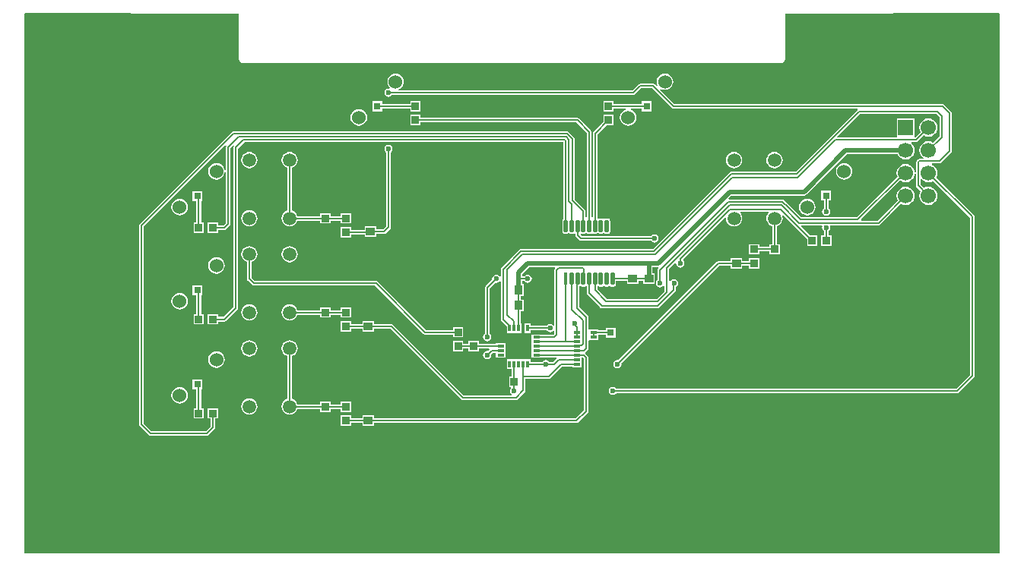
<source format=gtl>
G04*
G04 #@! TF.GenerationSoftware,Altium Limited,Altium Designer,20.0.11 (256)*
G04*
G04 Layer_Physical_Order=1*
G04 Layer_Color=255*
%FSLAX25Y25*%
%MOIN*%
G70*
G01*
G75*
%ADD12C,0.00787*%
%ADD16R,0.03937X0.03543*%
%ADD17R,0.03150X0.01181*%
%ADD18R,0.01181X0.03150*%
%ADD19R,0.10630X0.10630*%
%ADD20R,0.03347X0.03347*%
%ADD21R,0.03347X0.03347*%
%ADD22R,0.03150X0.03150*%
%ADD23R,0.03000X0.01400*%
%ADD24R,0.03543X0.03937*%
G04:AMPARAMS|DCode=25|XSize=17.72mil|YSize=55.12mil|CornerRadius=4.43mil|HoleSize=0mil|Usage=FLASHONLY|Rotation=180.000|XOffset=0mil|YOffset=0mil|HoleType=Round|Shape=RoundedRectangle|*
%AMROUNDEDRECTD25*
21,1,0.01772,0.04626,0,0,180.0*
21,1,0.00886,0.05512,0,0,180.0*
1,1,0.00886,-0.00443,0.02313*
1,1,0.00886,0.00443,0.02313*
1,1,0.00886,0.00443,-0.02313*
1,1,0.00886,-0.00443,-0.02313*
%
%ADD25ROUNDEDRECTD25*%
%ADD26R,0.01772X0.05512*%
%ADD45C,0.01968*%
%ADD46C,0.06000*%
%ADD47C,0.05906*%
%ADD48C,0.06693*%
%ADD49R,0.06693X0.06693*%
%ADD50C,0.27559*%
%ADD51C,0.02362*%
G36*
X425881Y235510D02*
X425882Y-1408D01*
X-1667Y-1408D01*
X-1667Y235510D01*
X-1313Y235863D01*
X92365Y235682D01*
Y215657D01*
X92489Y215032D01*
X92843Y214503D01*
X93372Y214149D01*
X93996Y214025D01*
X330217D01*
X330841Y214149D01*
X331370Y214503D01*
X331724Y215032D01*
X331848Y215657D01*
Y235699D01*
X425527Y235864D01*
X425881Y235510D01*
D02*
G37*
%LPC*%
G36*
X279232Y209445D02*
X278292Y209321D01*
X277417Y208959D01*
X276665Y208382D01*
X276088Y207630D01*
X275725Y206754D01*
X275601Y205814D01*
X275725Y204874D01*
X276088Y203999D01*
X275688Y203704D01*
X274831Y204562D01*
X274502Y204782D01*
X274114Y204859D01*
X268209D01*
X267821Y204782D01*
X267492Y204562D01*
X264836Y201906D01*
X162401D01*
X162301Y202406D01*
X162938Y202669D01*
X163690Y203246D01*
X164267Y203998D01*
X164629Y204874D01*
X164753Y205814D01*
X164629Y206754D01*
X164267Y207630D01*
X163690Y208382D01*
X162938Y208959D01*
X162062Y209321D01*
X161122Y209445D01*
X160182Y209321D01*
X159307Y208959D01*
X158554Y208382D01*
X157977Y207630D01*
X157615Y206754D01*
X157491Y205814D01*
X157615Y204874D01*
X157977Y203998D01*
X158554Y203246D01*
X158683Y203148D01*
X158674Y203079D01*
X158114Y202680D01*
X157972Y202709D01*
X157278Y202571D01*
X156688Y202177D01*
X156295Y201588D01*
X156156Y200893D01*
X156295Y200198D01*
X156688Y199609D01*
X157278Y199215D01*
X157972Y199077D01*
X158667Y199215D01*
X159256Y199609D01*
X159438Y199880D01*
X265256D01*
X265644Y199957D01*
X265972Y200176D01*
X268628Y202832D01*
X273694D01*
X275366Y201161D01*
X275366Y201161D01*
X282256Y194271D01*
X282585Y194051D01*
X282972Y193974D01*
X363624D01*
X363752Y193474D01*
X363539Y193332D01*
X336483Y166276D01*
X308380D01*
X307992Y166199D01*
X307663Y165979D01*
X274006Y132322D01*
X216059D01*
X215671Y132245D01*
X215343Y132025D01*
X207453Y124135D01*
X207233Y123807D01*
X207156Y123419D01*
Y120403D01*
X206656Y120251D01*
X206501Y120484D01*
X205911Y120878D01*
X205217Y121016D01*
X204522Y120878D01*
X203932Y120484D01*
X203539Y119895D01*
X203400Y119200D01*
X203464Y118880D01*
X200563Y115979D01*
X200343Y115651D01*
X200266Y115263D01*
Y95074D01*
X199995Y94893D01*
X199602Y94304D01*
X199463Y93609D01*
X199602Y92914D01*
X199995Y92325D01*
X200585Y91932D01*
X201279Y91793D01*
X201975Y91932D01*
X202564Y92325D01*
X202957Y92914D01*
X203096Y93609D01*
X202957Y94304D01*
X202564Y94893D01*
X202293Y95074D01*
Y114843D01*
X204897Y117447D01*
X205217Y117384D01*
X205911Y117522D01*
X206501Y117916D01*
X206656Y118149D01*
X207156Y117997D01*
Y101483D01*
X207233Y101095D01*
X207453Y100767D01*
X209931Y98288D01*
Y95371D01*
X216250D01*
Y99721D01*
X216072D01*
Y105017D01*
X217431D01*
Y110154D01*
X216072D01*
Y111710D01*
X217431D01*
Y116847D01*
X216674D01*
Y118187D01*
X217531D01*
X217712Y117916D01*
X218301Y117522D01*
X218996Y117384D01*
X219691Y117522D01*
X220280Y117916D01*
X220674Y118505D01*
X220812Y119200D01*
X220674Y119895D01*
X220280Y120484D01*
X219691Y120878D01*
X218996Y121016D01*
X218301Y120878D01*
X217712Y120484D01*
X217531Y120213D01*
X216674D01*
Y121484D01*
X219665Y124474D01*
X231043D01*
X231234Y124012D01*
X231075Y123853D01*
X230855Y123525D01*
X230778Y123137D01*
Y98749D01*
X230278Y98598D01*
X230123Y98830D01*
X229534Y99224D01*
X228839Y99362D01*
X228144Y99224D01*
X227554Y98830D01*
X227374Y98559D01*
X220187D01*
Y99721D01*
X217806D01*
Y95371D01*
X220187D01*
Y96533D01*
X227374D01*
X227554Y96262D01*
X228144Y95869D01*
X228839Y95730D01*
X229534Y95869D01*
X230123Y96262D01*
X230278Y96495D01*
X230778Y96343D01*
Y95013D01*
X230387Y94622D01*
X225108D01*
Y94800D01*
X220758D01*
Y92419D01*
Y88482D01*
Y84545D01*
X225108D01*
Y84675D01*
X231544D01*
X231751Y84175D01*
X230387Y82811D01*
X228335D01*
X228154Y83082D01*
X227565Y83476D01*
X226870Y83614D01*
X226175Y83476D01*
X225586Y83082D01*
X225405Y82811D01*
X220187D01*
Y83973D01*
X209931D01*
Y79623D01*
X212077D01*
Y76197D01*
X210817D01*
Y71651D01*
X211505D01*
X211576Y71561D01*
X211726Y71151D01*
X211413Y70682D01*
X211275Y69987D01*
X211413Y69292D01*
X211806Y68703D01*
X212039Y68548D01*
X211888Y68048D01*
X190964D01*
X159961Y99050D01*
X159633Y99270D01*
X159245Y99347D01*
X151683D01*
Y100706D01*
X146546D01*
Y99347D01*
X141545D01*
Y100607D01*
X136998D01*
Y96060D01*
X141545D01*
Y97320D01*
X146546D01*
Y95962D01*
X151683D01*
Y97321D01*
X158825D01*
X189828Y66318D01*
X190156Y66098D01*
X190544Y66021D01*
X213885D01*
X214273Y66098D01*
X214601Y66318D01*
X217744Y69461D01*
X217964Y69789D01*
X218041Y70177D01*
Y75341D01*
X228316D01*
X228703Y75418D01*
X229032Y75638D01*
X234022Y80628D01*
X238550D01*
Y80341D01*
X242750D01*
Y84545D01*
X243250Y84611D01*
X243573Y84298D01*
Y61549D01*
X240033Y58008D01*
X151683D01*
Y59367D01*
X146546D01*
Y58008D01*
X141545D01*
Y59268D01*
X136998D01*
Y54722D01*
X141545D01*
Y55982D01*
X146546D01*
Y54624D01*
X151683D01*
Y55982D01*
X240453D01*
X240841Y56059D01*
X241169Y56279D01*
X245303Y60413D01*
X245523Y60741D01*
X245600Y61129D01*
Y84751D01*
X245523Y85139D01*
X245303Y85467D01*
X244366Y86404D01*
X244319Y86626D01*
X244349Y87017D01*
X245303Y87972D01*
X245523Y88300D01*
X245600Y88688D01*
Y91944D01*
X245850Y92341D01*
X246100Y92341D01*
X250050D01*
Y94628D01*
X253239D01*
Y93466D01*
X257588D01*
Y97816D01*
X253239D01*
Y96654D01*
X250050D01*
Y96941D01*
X246100D01*
X245850Y96941D01*
X245600Y97337D01*
Y102468D01*
X245523Y102855D01*
X245303Y103184D01*
X241663Y106824D01*
Y115898D01*
X241696Y115904D01*
X242041Y116135D01*
X242211D01*
X242556Y115904D01*
X242963Y115823D01*
X243848D01*
X244255Y115904D01*
X244464Y116044D01*
X244920Y115843D01*
X244951Y115814D01*
Y112901D01*
X245028Y112513D01*
X245248Y112184D01*
X250760Y106672D01*
X251089Y106453D01*
X251476Y106376D01*
X276083D01*
X276470Y106453D01*
X276799Y106672D01*
X283689Y113562D01*
X283909Y113891D01*
X283986Y114279D01*
Y115628D01*
X284463Y115947D01*
X284857Y116536D01*
X284995Y117231D01*
X284857Y117926D01*
X284463Y118516D01*
X283874Y118909D01*
X283179Y119047D01*
X282484Y118909D01*
X281895Y118516D01*
X281797Y118369D01*
X281117Y118251D01*
X281033Y118312D01*
Y123695D01*
X283673Y126335D01*
X284133Y126089D01*
X284109Y125967D01*
X284247Y125272D01*
X284641Y124682D01*
X285230Y124289D01*
X285925Y124151D01*
X286620Y124289D01*
X287209Y124682D01*
X287603Y125272D01*
X287741Y125967D01*
X287603Y126662D01*
X287209Y127251D01*
X287159Y127859D01*
X305518Y146218D01*
X305991Y145984D01*
X305964Y145775D01*
X306086Y144847D01*
X306444Y143983D01*
X307013Y143241D01*
X307755Y142671D01*
X308620Y142313D01*
X309547Y142191D01*
X310475Y142313D01*
X311339Y142671D01*
X312081Y143241D01*
X312651Y143983D01*
X313009Y144847D01*
X313131Y145775D01*
X313009Y146702D01*
X312651Y147566D01*
X312158Y148208D01*
X312313Y148708D01*
X324498D01*
X324653Y148208D01*
X324161Y147566D01*
X323802Y146702D01*
X323680Y145775D01*
X323802Y144847D01*
X324161Y143983D01*
X324730Y143241D01*
X325472Y142671D01*
X326251Y142349D01*
Y134465D01*
X324991D01*
Y133205D01*
X320679D01*
Y134465D01*
X316132D01*
Y129919D01*
X320679D01*
Y131179D01*
X324991D01*
Y129919D01*
X329537D01*
Y134465D01*
X328277D01*
Y142349D01*
X329056Y142671D01*
X329798Y143241D01*
X330367Y143983D01*
X330725Y144847D01*
X330847Y145775D01*
X330725Y146702D01*
X330609Y146982D01*
X331033Y147265D01*
X341526Y136773D01*
Y133659D01*
X346072D01*
Y138205D01*
X342959D01*
X338833Y142331D01*
X339024Y142793D01*
X348005D01*
X348214Y142403D01*
X348217Y142293D01*
X348086Y141631D01*
X348224Y140936D01*
X348618Y140347D01*
X348888Y140166D01*
Y138205D01*
X347628D01*
Y133659D01*
X352175D01*
Y138205D01*
X350915D01*
Y140166D01*
X351186Y140347D01*
X351579Y140936D01*
X351718Y141631D01*
X351586Y142293D01*
X351589Y142403D01*
X351798Y142793D01*
X372933D01*
X373321Y142870D01*
X373650Y143090D01*
X382780Y152220D01*
X382793Y152209D01*
X383753Y151812D01*
X384784Y151676D01*
X385814Y151812D01*
X386774Y152209D01*
X387598Y152842D01*
X388231Y153666D01*
X388628Y154626D01*
X388764Y155657D01*
X388628Y156687D01*
X388231Y157647D01*
X387598Y158471D01*
X386774Y159104D01*
X385814Y159501D01*
X384784Y159637D01*
X383753Y159501D01*
X382793Y159104D01*
X381969Y158471D01*
X381336Y157647D01*
X380939Y156687D01*
X380803Y155657D01*
X380939Y154626D01*
X381336Y153666D01*
X381347Y153653D01*
X372514Y144819D01*
X365393D01*
X365202Y145281D01*
X382418Y162497D01*
X382793Y162209D01*
X383753Y161812D01*
X384784Y161676D01*
X385814Y161812D01*
X386774Y162209D01*
X387598Y162842D01*
X388231Y163666D01*
X388628Y164626D01*
X388722Y165338D01*
X389230Y165369D01*
X389243Y165350D01*
Y160184D01*
X389320Y159796D01*
X389540Y159468D01*
X391347Y157660D01*
X391336Y157647D01*
X390939Y156687D01*
X390803Y155657D01*
X390939Y154626D01*
X391336Y153666D01*
X391969Y152842D01*
X392793Y152209D01*
X393753Y151812D01*
X394784Y151676D01*
X395814Y151812D01*
X396774Y152209D01*
X397598Y152842D01*
X398231Y153666D01*
X398628Y154626D01*
X398764Y155657D01*
X398628Y156687D01*
X398231Y157647D01*
X397598Y158471D01*
X396774Y159104D01*
X395814Y159501D01*
X394784Y159637D01*
X393753Y159501D01*
X392793Y159104D01*
X392780Y159093D01*
X391269Y160604D01*
Y162933D01*
X391769Y163102D01*
X391969Y162842D01*
X392793Y162209D01*
X393753Y161812D01*
X394784Y161676D01*
X395814Y161812D01*
X396774Y162209D01*
X396787Y162220D01*
X412865Y146142D01*
Y76995D01*
X406871Y71000D01*
X257863D01*
X257682Y71271D01*
X257093Y71665D01*
X256398Y71803D01*
X255703Y71665D01*
X255114Y71271D01*
X254720Y70682D01*
X254582Y69987D01*
X254720Y69292D01*
X255114Y68703D01*
X255703Y68309D01*
X256398Y68171D01*
X257093Y68309D01*
X257682Y68703D01*
X257863Y68974D01*
X407290D01*
X407678Y69051D01*
X408007Y69271D01*
X414594Y75858D01*
X414814Y76187D01*
X414891Y76575D01*
Y146562D01*
X414814Y146950D01*
X414594Y147278D01*
X398220Y163653D01*
X398231Y163666D01*
X398628Y164626D01*
X398764Y165656D01*
X398628Y166687D01*
X398231Y167647D01*
X397598Y168471D01*
X396774Y169104D01*
X396155Y169360D01*
X396255Y169860D01*
X399606D01*
X399994Y169937D01*
X400323Y170157D01*
X404752Y174586D01*
X404972Y174915D01*
X405049Y175302D01*
Y192034D01*
X404972Y192422D01*
X404752Y192751D01*
X401799Y195704D01*
X401470Y195923D01*
X401083Y196000D01*
X283392D01*
X277122Y202270D01*
X277417Y202670D01*
X278292Y202307D01*
X279232Y202183D01*
X280172Y202307D01*
X281048Y202670D01*
X281800Y203246D01*
X282377Y203999D01*
X282740Y204874D01*
X282863Y205814D01*
X282740Y206754D01*
X282377Y207630D01*
X281800Y208382D01*
X281048Y208959D01*
X280172Y209321D01*
X279232Y209445D01*
D02*
G37*
G36*
X172057Y197261D02*
X167510D01*
Y196001D01*
X155187D01*
Y197162D01*
X150837D01*
Y192813D01*
X155187D01*
Y193974D01*
X167510D01*
Y192714D01*
X172057D01*
Y197261D01*
D02*
G37*
G36*
X256702D02*
X252156D01*
Y192714D01*
X256702D01*
Y193974D01*
X261812D01*
X261911Y193474D01*
X261275Y193211D01*
X260523Y192634D01*
X259946Y191882D01*
X259583Y191006D01*
X259459Y190066D01*
X259583Y189126D01*
X259946Y188251D01*
X260523Y187498D01*
X261275Y186922D01*
X262151Y186559D01*
X263090Y186435D01*
X264030Y186559D01*
X264906Y186922D01*
X265658Y187498D01*
X266235Y188251D01*
X266598Y189126D01*
X266722Y190066D01*
X266598Y191006D01*
X266235Y191882D01*
X265658Y192634D01*
X264906Y193211D01*
X264270Y193474D01*
X264369Y193974D01*
X268987D01*
Y192813D01*
X273336D01*
Y197162D01*
X268987D01*
Y196001D01*
X256702D01*
Y197261D01*
D02*
G37*
G36*
X144980Y193697D02*
X144041Y193573D01*
X143165Y193211D01*
X142413Y192634D01*
X141836Y191882D01*
X141473Y191006D01*
X141349Y190066D01*
X141473Y189126D01*
X141836Y188251D01*
X142413Y187498D01*
X143165Y186921D01*
X144041Y186559D01*
X144980Y186435D01*
X145920Y186559D01*
X146796Y186921D01*
X147548Y187498D01*
X148125Y188251D01*
X148488Y189126D01*
X148611Y190066D01*
X148488Y191006D01*
X148125Y191882D01*
X147548Y192634D01*
X146796Y193211D01*
X145920Y193573D01*
X144980Y193697D01*
D02*
G37*
G36*
X327264Y174949D02*
X326336Y174827D01*
X325472Y174469D01*
X324730Y173899D01*
X324161Y173157D01*
X323802Y172293D01*
X323680Y171365D01*
X323802Y170438D01*
X324161Y169574D01*
X324730Y168832D01*
X325472Y168262D01*
X326336Y167904D01*
X327264Y167782D01*
X328191Y167904D01*
X329056Y168262D01*
X329798Y168832D01*
X330367Y169574D01*
X330725Y170438D01*
X330847Y171365D01*
X330725Y172293D01*
X330367Y173157D01*
X329798Y173899D01*
X329056Y174469D01*
X328191Y174827D01*
X327264Y174949D01*
D02*
G37*
G36*
X309547D02*
X308620Y174827D01*
X307755Y174469D01*
X307013Y173899D01*
X306444Y173157D01*
X306086Y172293D01*
X305964Y171365D01*
X306086Y170438D01*
X306444Y169574D01*
X307013Y168832D01*
X307755Y168262D01*
X308620Y167904D01*
X309547Y167782D01*
X310475Y167904D01*
X311339Y168262D01*
X312081Y168832D01*
X312651Y169574D01*
X313009Y170438D01*
X313131Y171365D01*
X313009Y172293D01*
X312651Y173157D01*
X312081Y173899D01*
X311339Y174469D01*
X310475Y174827D01*
X309547Y174949D01*
D02*
G37*
G36*
X96949Y174949D02*
X96021Y174826D01*
X95157Y174469D01*
X94415Y173899D01*
X93845Y173157D01*
X93488Y172293D01*
X93365Y171365D01*
X93488Y170438D01*
X93845Y169573D01*
X94415Y168831D01*
X95157Y168262D01*
X96021Y167904D01*
X96949Y167782D01*
X97876Y167904D01*
X98741Y168262D01*
X99483Y168831D01*
X100052Y169573D01*
X100410Y170438D01*
X100532Y171365D01*
X100410Y172293D01*
X100052Y173157D01*
X99483Y173899D01*
X98741Y174469D01*
X97876Y174826D01*
X96949Y174949D01*
D02*
G37*
G36*
X66437Y154327D02*
X65497Y154203D01*
X64622Y153840D01*
X63870Y153263D01*
X63292Y152512D01*
X62930Y151636D01*
X62806Y150696D01*
X62930Y149756D01*
X63292Y148880D01*
X63870Y148128D01*
X64622Y147551D01*
X65497Y147189D01*
X66437Y147065D01*
X67377Y147189D01*
X68252Y147551D01*
X69005Y148128D01*
X69582Y148880D01*
X69944Y149756D01*
X70068Y150696D01*
X69944Y151636D01*
X69582Y152512D01*
X69005Y153263D01*
X68252Y153840D01*
X67377Y154203D01*
X66437Y154327D01*
D02*
G37*
G36*
X256702Y191158D02*
X252156D01*
Y188045D01*
X247807Y183696D01*
X247588Y183367D01*
X247511Y182980D01*
Y146328D01*
X247244Y146174D01*
X246978Y146328D01*
Y183767D01*
X246901Y184154D01*
X246681Y184483D01*
X241563Y189601D01*
X241234Y189821D01*
X240846Y189898D01*
X172057D01*
Y191158D01*
X167510D01*
Y186612D01*
X172057D01*
Y187872D01*
X240427D01*
X244951Y183347D01*
Y146328D01*
X244685Y146174D01*
X244419Y146328D01*
Y148924D01*
X244342Y149312D01*
X244122Y149641D01*
X239694Y154068D01*
Y180734D01*
X239617Y181121D01*
X239398Y181450D01*
X237133Y183715D01*
X236804Y183934D01*
X236416Y184011D01*
X90078D01*
X89690Y183934D01*
X89362Y183715D01*
X48988Y143342D01*
X48769Y143013D01*
X48692Y142625D01*
Y55224D01*
X48769Y54836D01*
X48988Y54507D01*
X52925Y50570D01*
X53254Y50350D01*
X53642Y50273D01*
X78248D01*
X78636Y50350D01*
X78964Y50570D01*
X81622Y53228D01*
X81842Y53556D01*
X81919Y53944D01*
Y57872D01*
X83179D01*
Y62418D01*
X78632D01*
Y57872D01*
X79892D01*
Y54364D01*
X77828Y52300D01*
X54061D01*
X50718Y55643D01*
Y142205D01*
X86523Y178011D01*
X86912Y177692D01*
X86751Y177452D01*
X86674Y177064D01*
Y166747D01*
X86174Y166715D01*
X86086Y167384D01*
X85723Y168260D01*
X85146Y169011D01*
X84394Y169588D01*
X83519Y169951D01*
X82579Y170075D01*
X81639Y169951D01*
X80763Y169588D01*
X80011Y169011D01*
X79434Y168260D01*
X79071Y167384D01*
X78948Y166444D01*
X79071Y165504D01*
X79434Y164628D01*
X80011Y163876D01*
X80763Y163299D01*
X81639Y162937D01*
X82579Y162813D01*
X83519Y162937D01*
X84394Y163299D01*
X85146Y163876D01*
X85723Y164628D01*
X86086Y165504D01*
X86174Y166173D01*
X86674Y166140D01*
Y143823D01*
X85505Y142654D01*
X83179D01*
Y143914D01*
X78632D01*
Y139368D01*
X83179D01*
Y140628D01*
X85925D01*
X86313Y140705D01*
X86642Y140924D01*
X88404Y142687D01*
X88623Y143015D01*
X88701Y143403D01*
Y176645D01*
X89879Y177823D01*
X90267Y177505D01*
X90107Y177265D01*
X90030Y176877D01*
Y106824D01*
X85702Y102497D01*
X83179D01*
Y103757D01*
X78632D01*
Y99210D01*
X83179D01*
Y100470D01*
X86122D01*
X86510Y100547D01*
X86839Y100767D01*
X91760Y105688D01*
X91979Y106017D01*
X92057Y106405D01*
Y176457D01*
X94809Y179210D01*
X234715D01*
Y145615D01*
X234534Y145493D01*
X234303Y145148D01*
X234222Y144741D01*
Y140115D01*
X234303Y139708D01*
X234534Y139363D01*
X234878Y139133D01*
X235285Y139052D01*
X236171D01*
X236578Y139133D01*
X236625Y139164D01*
X237008Y139327D01*
X237391Y139164D01*
X237438Y139133D01*
X237844Y139052D01*
X238730D01*
X239137Y139133D01*
X239346Y139272D01*
X239802Y139072D01*
X239833Y139042D01*
Y138489D01*
X239911Y138101D01*
X240130Y137773D01*
X241674Y136229D01*
X242003Y136009D01*
X242390Y135932D01*
X273152D01*
X273333Y135661D01*
X273923Y135268D01*
X274618Y135129D01*
X275312Y135268D01*
X275902Y135661D01*
X276295Y136250D01*
X276433Y136945D01*
X276295Y137640D01*
X275902Y138229D01*
X275312Y138623D01*
X274618Y138761D01*
X273923Y138623D01*
X273333Y138229D01*
X273152Y137959D01*
X242810D01*
X242211Y138558D01*
X242263Y138925D01*
X242614Y139121D01*
X242963Y139052D01*
X243848D01*
X244255Y139133D01*
X244302Y139164D01*
X244685Y139327D01*
X245068Y139164D01*
X245115Y139133D01*
X245522Y139052D01*
X246408D01*
X246814Y139133D01*
X247159Y139363D01*
X247329D01*
X247674Y139133D01*
X248081Y139052D01*
X248967D01*
X249374Y139133D01*
X249420Y139164D01*
X249803Y139327D01*
X250187Y139164D01*
X250233Y139133D01*
X250640Y139052D01*
X251526D01*
X251933Y139133D01*
X251979Y139164D01*
X252362Y139327D01*
X252746Y139164D01*
X252792Y139133D01*
X253199Y139052D01*
X254085D01*
X254492Y139133D01*
X254837Y139363D01*
X255067Y139708D01*
X255148Y140115D01*
Y144741D01*
X255067Y145148D01*
X254837Y145493D01*
X254492Y145724D01*
X254085Y145805D01*
X253199D01*
X252792Y145724D01*
X252746Y145693D01*
X252362Y145529D01*
X251979Y145693D01*
X251933Y145724D01*
X251526Y145805D01*
X250640D01*
X250233Y145724D01*
X250187Y145693D01*
X249979Y145604D01*
X249568Y145785D01*
X249537Y145814D01*
Y182560D01*
X253589Y186612D01*
X256702D01*
Y191158D01*
D02*
G37*
G36*
X114665Y174949D02*
X113738Y174826D01*
X112874Y174469D01*
X112132Y173899D01*
X111562Y173157D01*
X111204Y172293D01*
X111082Y171365D01*
X111204Y170438D01*
X111562Y169573D01*
X112132Y168831D01*
X112874Y168262D01*
X113652Y167939D01*
Y149200D01*
X112874Y148878D01*
X112132Y148309D01*
X111562Y147566D01*
X111204Y146702D01*
X111082Y145775D01*
X111204Y144847D01*
X111562Y143983D01*
X112132Y143241D01*
X112874Y142671D01*
X113738Y142313D01*
X114665Y142191D01*
X115593Y142313D01*
X116457Y142671D01*
X117199Y143241D01*
X117769Y143983D01*
X118091Y144762D01*
X128140D01*
Y143501D01*
X132687D01*
Y144762D01*
X136998D01*
Y143501D01*
X141545D01*
Y148048D01*
X136998D01*
Y146788D01*
X132687D01*
Y148048D01*
X128140D01*
Y146788D01*
X118091D01*
X117769Y147566D01*
X117199Y148309D01*
X116457Y148878D01*
X115679Y149200D01*
Y167939D01*
X116457Y168262D01*
X117199Y168831D01*
X117769Y169573D01*
X118127Y170438D01*
X118249Y171365D01*
X118127Y172293D01*
X117769Y173157D01*
X117199Y173899D01*
X116457Y174469D01*
X115593Y174826D01*
X114665Y174949D01*
D02*
G37*
G36*
X96949Y149358D02*
X96021Y149236D01*
X95157Y148878D01*
X94415Y148309D01*
X93845Y147566D01*
X93488Y146702D01*
X93365Y145775D01*
X93488Y144847D01*
X93845Y143983D01*
X94415Y143241D01*
X95157Y142671D01*
X96021Y142313D01*
X96949Y142191D01*
X97876Y142313D01*
X98741Y142671D01*
X99483Y143241D01*
X100052Y143983D01*
X100410Y144847D01*
X100532Y145775D01*
X100410Y146702D01*
X100052Y147566D01*
X99483Y148309D01*
X98741Y148878D01*
X97876Y149236D01*
X96949Y149358D01*
D02*
G37*
G36*
X157972Y178103D02*
X157278Y177964D01*
X156688Y177571D01*
X156295Y176981D01*
X156156Y176286D01*
X156295Y175592D01*
X156688Y175002D01*
X156959Y174821D01*
Y142257D01*
X155584Y140882D01*
X152667D01*
Y142241D01*
X147530D01*
Y140685D01*
X141545D01*
Y141946D01*
X136998D01*
Y137399D01*
X141545D01*
Y138659D01*
X147530D01*
Y137497D01*
X152667D01*
Y138856D01*
X156004D01*
X156392Y138933D01*
X156720Y139153D01*
X158689Y141121D01*
X158908Y141450D01*
X158986Y141838D01*
Y174821D01*
X159256Y175002D01*
X159650Y175592D01*
X159788Y176286D01*
X159650Y176981D01*
X159256Y177571D01*
X158667Y177964D01*
X157972Y178103D01*
D02*
G37*
G36*
X76446Y157792D02*
X72097D01*
Y153443D01*
X73790D01*
Y143914D01*
X72530D01*
Y139368D01*
X77076D01*
Y143914D01*
X75816D01*
Y153443D01*
X76446D01*
Y157792D01*
D02*
G37*
G36*
X114665Y133610D02*
X113738Y133488D01*
X112874Y133130D01*
X112132Y132561D01*
X111562Y131818D01*
X111204Y130954D01*
X111082Y130027D01*
X111204Y129099D01*
X111562Y128235D01*
X112132Y127493D01*
X112874Y126923D01*
X113738Y126565D01*
X114665Y126443D01*
X115593Y126565D01*
X116457Y126923D01*
X117199Y127493D01*
X117769Y128235D01*
X118127Y129099D01*
X118249Y130027D01*
X118127Y130954D01*
X117769Y131818D01*
X117199Y132561D01*
X116457Y133130D01*
X115593Y133488D01*
X114665Y133610D01*
D02*
G37*
G36*
X313100Y128460D02*
X307963D01*
Y127101D01*
X302656D01*
X302268Y127024D01*
X301940Y126804D01*
X258686Y83551D01*
X258366Y83614D01*
X257671Y83476D01*
X257082Y83082D01*
X256688Y82493D01*
X256550Y81798D01*
X256688Y81103D01*
X257082Y80514D01*
X257671Y80120D01*
X258366Y79982D01*
X259061Y80120D01*
X259650Y80514D01*
X260044Y81103D01*
X260182Y81798D01*
X260119Y82118D01*
X303076Y125075D01*
X307963D01*
Y123716D01*
X313100D01*
Y125076D01*
X316132D01*
Y123816D01*
X320679D01*
Y128363D01*
X316132D01*
Y127103D01*
X313100D01*
Y128460D01*
D02*
G37*
G36*
X82579Y128736D02*
X81639Y128613D01*
X80763Y128250D01*
X80011Y127673D01*
X79434Y126921D01*
X79071Y126045D01*
X78948Y125105D01*
X79071Y124166D01*
X79434Y123290D01*
X80011Y122538D01*
X80763Y121961D01*
X81639Y121598D01*
X82579Y121474D01*
X83519Y121598D01*
X84394Y121961D01*
X85146Y122538D01*
X85723Y123290D01*
X86086Y124166D01*
X86210Y125105D01*
X86086Y126045D01*
X85723Y126921D01*
X85146Y127673D01*
X84394Y128250D01*
X83519Y128613D01*
X82579Y128736D01*
D02*
G37*
G36*
X66437Y112988D02*
X65497Y112865D01*
X64622Y112502D01*
X63869Y111925D01*
X63292Y111173D01*
X62930Y110297D01*
X62806Y109357D01*
X62930Y108418D01*
X63292Y107542D01*
X63869Y106790D01*
X64622Y106213D01*
X65497Y105850D01*
X66437Y105726D01*
X67377Y105850D01*
X68252Y106213D01*
X69004Y106790D01*
X69582Y107542D01*
X69944Y108418D01*
X70068Y109357D01*
X69944Y110297D01*
X69582Y111173D01*
X69004Y111925D01*
X68252Y112502D01*
X67377Y112865D01*
X66437Y112988D01*
D02*
G37*
G36*
X114665Y108019D02*
X113738Y107897D01*
X112874Y107539D01*
X112132Y106970D01*
X111562Y106228D01*
X111204Y105364D01*
X111082Y104436D01*
X111204Y103509D01*
X111562Y102644D01*
X112132Y101902D01*
X112874Y101333D01*
X113738Y100975D01*
X114665Y100853D01*
X115593Y100975D01*
X116457Y101333D01*
X117199Y101902D01*
X117769Y102644D01*
X118091Y103423D01*
X128140D01*
Y102163D01*
X132687D01*
Y103423D01*
X136998D01*
Y102163D01*
X141545D01*
Y106709D01*
X136998D01*
Y105449D01*
X132687D01*
Y106709D01*
X128140D01*
Y105449D01*
X118091D01*
X117769Y106228D01*
X117199Y106970D01*
X116457Y107539D01*
X115593Y107897D01*
X114665Y108019D01*
D02*
G37*
G36*
X96949D02*
X96021Y107897D01*
X95157Y107539D01*
X94415Y106970D01*
X93845Y106228D01*
X93488Y105364D01*
X93365Y104436D01*
X93488Y103509D01*
X93845Y102644D01*
X94415Y101902D01*
X95157Y101333D01*
X96021Y100975D01*
X96949Y100853D01*
X97876Y100975D01*
X98741Y101333D01*
X99483Y101902D01*
X100052Y102644D01*
X100410Y103509D01*
X100532Y104436D01*
X100410Y105364D01*
X100052Y106228D01*
X99483Y106970D01*
X98741Y107539D01*
X97876Y107897D01*
X96949Y108019D01*
D02*
G37*
G36*
X76446Y116453D02*
X72097D01*
Y112104D01*
X73790D01*
Y103757D01*
X72530D01*
Y99210D01*
X77076D01*
Y103757D01*
X75816D01*
Y112104D01*
X76446D01*
Y116453D01*
D02*
G37*
G36*
X96949Y133610D02*
X96021Y133488D01*
X95157Y133130D01*
X94415Y132561D01*
X93845Y131818D01*
X93488Y130954D01*
X93365Y130027D01*
X93488Y129099D01*
X93845Y128235D01*
X94415Y127493D01*
X95157Y126923D01*
X95936Y126601D01*
Y119200D01*
X96013Y118812D01*
X96232Y118483D01*
X98201Y116515D01*
X98530Y116295D01*
X98917Y116218D01*
X152132D01*
X173292Y95058D01*
X173621Y94839D01*
X174009Y94762D01*
X186211D01*
Y93501D01*
X190758D01*
Y98048D01*
X186211D01*
Y96788D01*
X174428D01*
X153269Y117948D01*
X152940Y118167D01*
X152552Y118245D01*
X99337D01*
X97962Y119620D01*
Y126601D01*
X98741Y126923D01*
X99483Y127493D01*
X100052Y128235D01*
X100410Y129099D01*
X100532Y130027D01*
X100410Y130954D01*
X100052Y131818D01*
X99483Y132561D01*
X98741Y133130D01*
X97876Y133488D01*
X96949Y133610D01*
D02*
G37*
G36*
X197647Y91945D02*
X193101D01*
Y90685D01*
X190758D01*
Y91945D01*
X186211D01*
Y87399D01*
X190758D01*
Y88659D01*
X193101D01*
Y87399D01*
X197647D01*
Y88659D01*
X202063D01*
X202270Y88159D01*
X201599Y87488D01*
X201279Y87551D01*
X200585Y87413D01*
X199995Y87019D01*
X199602Y86430D01*
X199463Y85735D01*
X199602Y85040D01*
X199995Y84451D01*
X200585Y84057D01*
X201279Y83919D01*
X201975Y84057D01*
X202564Y84451D01*
X202957Y85040D01*
X203096Y85735D01*
X203032Y86055D01*
X203668Y86691D01*
X205010D01*
Y84545D01*
X209360D01*
Y86513D01*
Y90863D01*
X205010D01*
Y90685D01*
X197647D01*
Y91945D01*
D02*
G37*
G36*
X96949Y92272D02*
X96021Y92150D01*
X95157Y91791D01*
X94415Y91222D01*
X93845Y90480D01*
X93488Y89616D01*
X93365Y88688D01*
X93488Y87761D01*
X93845Y86896D01*
X94415Y86154D01*
X95157Y85585D01*
X96021Y85227D01*
X96949Y85105D01*
X97876Y85227D01*
X98741Y85585D01*
X99483Y86154D01*
X100052Y86896D01*
X100410Y87761D01*
X100532Y88688D01*
X100410Y89616D01*
X100052Y90480D01*
X99483Y91222D01*
X98741Y91791D01*
X97876Y92150D01*
X96949Y92272D01*
D02*
G37*
G36*
X82579Y87398D02*
X81639Y87274D01*
X80763Y86911D01*
X80011Y86334D01*
X79434Y85582D01*
X79071Y84706D01*
X78948Y83767D01*
X79071Y82827D01*
X79434Y81951D01*
X80011Y81199D01*
X80763Y80622D01*
X81639Y80259D01*
X82579Y80136D01*
X83519Y80259D01*
X84394Y80622D01*
X85146Y81199D01*
X85723Y81951D01*
X86086Y82827D01*
X86210Y83767D01*
X86086Y84706D01*
X85723Y85582D01*
X85146Y86334D01*
X84394Y86911D01*
X83519Y87274D01*
X82579Y87398D01*
D02*
G37*
G36*
X66437Y71650D02*
X65497Y71526D01*
X64622Y71163D01*
X63870Y70586D01*
X63292Y69834D01*
X62930Y68958D01*
X62806Y68019D01*
X62930Y67079D01*
X63292Y66203D01*
X63870Y65451D01*
X64622Y64874D01*
X65497Y64511D01*
X66437Y64388D01*
X67377Y64511D01*
X68252Y64874D01*
X69005Y65451D01*
X69582Y66203D01*
X69944Y67079D01*
X70068Y68019D01*
X69944Y68958D01*
X69582Y69834D01*
X69005Y70586D01*
X68252Y71163D01*
X67377Y71526D01*
X66437Y71650D01*
D02*
G37*
G36*
X114665Y92272D02*
X113738Y92150D01*
X112874Y91791D01*
X112132Y91222D01*
X111562Y90480D01*
X111204Y89616D01*
X111082Y88688D01*
X111204Y87761D01*
X111562Y86896D01*
X112132Y86154D01*
X112874Y85585D01*
X113652Y85262D01*
Y66523D01*
X112874Y66201D01*
X112132Y65631D01*
X111562Y64889D01*
X111204Y64025D01*
X111082Y63098D01*
X111204Y62170D01*
X111562Y61306D01*
X112132Y60564D01*
X112874Y59994D01*
X113738Y59636D01*
X114665Y59514D01*
X115593Y59636D01*
X116457Y59994D01*
X117199Y60564D01*
X117769Y61306D01*
X118091Y62084D01*
X128140D01*
Y60824D01*
X132687D01*
Y62084D01*
X136998D01*
Y60824D01*
X141545D01*
Y65371D01*
X136998D01*
Y64111D01*
X132687D01*
Y65371D01*
X128140D01*
Y64111D01*
X118091D01*
X117769Y64889D01*
X117199Y65631D01*
X116457Y66201D01*
X115679Y66523D01*
Y85262D01*
X116457Y85585D01*
X117199Y86154D01*
X117769Y86896D01*
X118127Y87761D01*
X118249Y88688D01*
X118127Y89616D01*
X117769Y90480D01*
X117199Y91222D01*
X116457Y91791D01*
X115593Y92150D01*
X114665Y92272D01*
D02*
G37*
G36*
X96949Y66681D02*
X96021Y66559D01*
X95157Y66201D01*
X94415Y65631D01*
X93845Y64889D01*
X93488Y64025D01*
X93365Y63098D01*
X93488Y62170D01*
X93845Y61306D01*
X94415Y60564D01*
X95157Y59994D01*
X96021Y59636D01*
X96949Y59514D01*
X97876Y59636D01*
X98741Y59994D01*
X99483Y60564D01*
X100052Y61306D01*
X100410Y62170D01*
X100532Y63098D01*
X100410Y64025D01*
X100052Y64889D01*
X99483Y65631D01*
X98741Y66201D01*
X97876Y66559D01*
X96949Y66681D01*
D02*
G37*
G36*
X76446Y75115D02*
X72097D01*
Y70765D01*
X73790D01*
Y62418D01*
X72530D01*
Y57872D01*
X77076D01*
Y62418D01*
X75816D01*
Y70765D01*
X76446D01*
Y75115D01*
D02*
G37*
%LPD*%
G36*
X399577Y190170D02*
Y181883D01*
X396787Y179093D01*
X396774Y179104D01*
X395814Y179501D01*
X394784Y179637D01*
X393753Y179501D01*
X392793Y179104D01*
X391969Y178471D01*
X391336Y177647D01*
X390939Y176687D01*
X390803Y175656D01*
X390939Y174626D01*
X391336Y173666D01*
X391969Y172842D01*
X392563Y172386D01*
X392393Y171886D01*
X390748D01*
X390360Y171809D01*
X390032Y171590D01*
X389540Y171097D01*
X389320Y170769D01*
X389243Y170381D01*
Y165963D01*
X389230Y165944D01*
X388722Y165975D01*
X388628Y166687D01*
X388231Y167647D01*
X387598Y168471D01*
X386774Y169104D01*
X385814Y169501D01*
X384784Y169637D01*
X383753Y169501D01*
X382793Y169104D01*
X381969Y168471D01*
X381336Y167647D01*
X380939Y166687D01*
X380803Y165656D01*
X380939Y164626D01*
X381156Y164101D01*
X363261Y146207D01*
X339091D01*
X333886Y151412D01*
X333866Y151425D01*
X331508Y153784D01*
X331179Y154004D01*
X330791Y154081D01*
X307227D01*
X307020Y154581D01*
X308213Y155774D01*
X340181D01*
X340799Y155896D01*
X341323Y156247D01*
X359118Y174041D01*
X381181D01*
X381336Y173666D01*
X381969Y172842D01*
X382793Y172209D01*
X383753Y171812D01*
X384784Y171676D01*
X385814Y171812D01*
X386774Y172209D01*
X387598Y172842D01*
X388231Y173666D01*
X388628Y174626D01*
X388764Y175656D01*
X388628Y176687D01*
X388231Y177647D01*
X387598Y178471D01*
X387286Y178710D01*
X387456Y179210D01*
X389351D01*
X389738Y179287D01*
X390067Y179507D01*
X392780Y182220D01*
X392793Y182209D01*
X393753Y181812D01*
X394784Y181676D01*
X395814Y181812D01*
X396774Y182209D01*
X397598Y182842D01*
X398231Y183666D01*
X398628Y184626D01*
X398764Y185656D01*
X398628Y186687D01*
X398231Y187647D01*
X397598Y188471D01*
X396774Y189104D01*
X395814Y189501D01*
X394784Y189637D01*
X393753Y189501D01*
X392793Y189104D01*
X391969Y188471D01*
X391336Y187647D01*
X390939Y186687D01*
X390803Y185656D01*
X390939Y184626D01*
X391336Y183666D01*
X391347Y183653D01*
X389107Y181413D01*
X388730Y181743D01*
Y189603D01*
X380837D01*
Y181737D01*
X380837Y181710D01*
X380773Y181237D01*
X354963D01*
X354772Y181699D01*
X364675Y191602D01*
X398145D01*
X399577Y190170D01*
D02*
G37*
G36*
X276516Y124018D02*
X276350Y123853D01*
X276131Y123525D01*
X276054Y123137D01*
Y118696D01*
X275783Y118516D01*
X275389Y117926D01*
X275251Y117231D01*
X275389Y116536D01*
X275783Y115947D01*
X276372Y115554D01*
X277067Y115415D01*
X277762Y115554D01*
X278351Y115947D01*
X278506Y116180D01*
X279007Y116028D01*
Y113708D01*
X275669Y110371D01*
X253865D01*
X249537Y114698D01*
Y115814D01*
X249568Y115843D01*
X250024Y116044D01*
X250233Y115904D01*
X250640Y115823D01*
X251526D01*
X251933Y115904D01*
X252277Y116135D01*
X252447D01*
X252792Y115904D01*
X253199Y115823D01*
X254085D01*
X254492Y115904D01*
X254837Y116135D01*
X255006D01*
X255351Y115904D01*
X255758Y115823D01*
X256644D01*
X257051Y115904D01*
X257396Y116135D01*
X257626Y116480D01*
X257707Y116887D01*
Y118187D01*
X262491D01*
Y116828D01*
X267628D01*
Y118187D01*
X269577D01*
Y116828D01*
X274714D01*
Y121572D01*
X273761D01*
Y124474D01*
X276245D01*
X276269Y124479D01*
X276516Y124018D01*
D02*
G37*
%LPC*%
G36*
X357776Y170075D02*
X356836Y169951D01*
X355960Y169588D01*
X355208Y169011D01*
X354631Y168260D01*
X354268Y167384D01*
X354145Y166444D01*
X354268Y165504D01*
X354631Y164628D01*
X355208Y163876D01*
X355960Y163299D01*
X356836Y162937D01*
X357776Y162813D01*
X358715Y162937D01*
X359591Y163299D01*
X360343Y163876D01*
X360920Y164628D01*
X361283Y165504D01*
X361407Y166444D01*
X361283Y167384D01*
X360920Y168260D01*
X360343Y169011D01*
X359591Y169588D01*
X358715Y169951D01*
X357776Y170075D01*
D02*
G37*
G36*
X341634Y154327D02*
X340694Y154203D01*
X339818Y153840D01*
X339066Y153263D01*
X338489Y152512D01*
X338126Y151636D01*
X338003Y150696D01*
X338126Y149756D01*
X338489Y148880D01*
X339066Y148128D01*
X339818Y147551D01*
X340694Y147189D01*
X341634Y147065D01*
X342574Y147189D01*
X343449Y147551D01*
X344201Y148128D01*
X344778Y148880D01*
X345141Y149756D01*
X345265Y150696D01*
X345141Y151636D01*
X344778Y152512D01*
X344201Y153263D01*
X343449Y153840D01*
X342574Y154203D01*
X341634Y154327D01*
D02*
G37*
G36*
X352076Y157989D02*
X347727D01*
Y153639D01*
X348888D01*
Y150193D01*
X348618Y150012D01*
X348224Y149422D01*
X348086Y148727D01*
X348224Y148032D01*
X348618Y147443D01*
X349207Y147050D01*
X349902Y146911D01*
X350596Y147050D01*
X351186Y147443D01*
X351579Y148032D01*
X351718Y148727D01*
X351579Y149422D01*
X351186Y150012D01*
X350915Y150193D01*
Y153639D01*
X352076D01*
Y157989D01*
D02*
G37*
%LPD*%
D12*
X413878Y76575D02*
Y146562D01*
X394784Y165656D02*
X413878Y146562D01*
X210138Y103452D02*
Y123425D01*
X216634Y129921D02*
X275000D01*
X210138Y123425D02*
X216634Y129921D01*
X208169Y101483D02*
Y123419D01*
X216059Y131309D01*
X274425D01*
X275000Y129921D02*
X308767Y163688D01*
X274425Y131309D02*
X308380Y165263D01*
X308767Y163688D02*
X337290D01*
X308380Y165263D02*
X336903D01*
X242390Y136945D02*
X274618D01*
X240846Y138489D02*
X242390Y136945D01*
X240846Y138489D02*
Y142428D01*
X217028Y70177D02*
Y76354D01*
X190544Y67035D02*
X213885D01*
X217028Y70177D01*
X159245Y98334D02*
X190544Y67035D01*
X149114Y98334D02*
X159245D01*
X174009Y95775D02*
X188484D01*
X152552Y117231D02*
X174009Y95775D01*
X98917Y117231D02*
X152552D01*
X364256Y192616D02*
X398564D01*
X400591Y181464D02*
Y190589D01*
X398564Y192616D02*
X400591Y190589D01*
X394784Y175656D02*
X400591Y181464D01*
X256398Y69987D02*
X407290D01*
X413878Y76575D01*
X258366Y81798D02*
X258366D01*
X302656Y126088D01*
X310531D01*
X310533Y126090D01*
X80905Y101483D02*
X86122D01*
X91043Y106405D01*
Y176877D01*
X87687Y143403D02*
Y177064D01*
X92234Y181611D02*
X235842D01*
X87687Y177064D02*
X92234Y181611D01*
X94390Y180224D02*
X235267D01*
X91043Y176877D02*
X94390Y180224D01*
X49705Y142625D02*
X90078Y182998D01*
X49705Y55224D02*
Y142625D01*
X90078Y182998D02*
X236416D01*
X235842Y181611D02*
X237116Y180337D01*
X85925Y141641D02*
X87687Y143403D01*
X235267Y180224D02*
X235728Y179762D01*
X337290Y163688D02*
X353826Y180224D01*
X336903Y165263D02*
X364256Y192616D01*
X149114Y62310D02*
X149311Y62113D01*
X153051D01*
X126673Y56995D02*
X130413D01*
X130413Y98334D02*
X130413Y98334D01*
X126673Y98334D02*
X130413D01*
X149114Y103649D02*
X149311Y103846D01*
X153051D01*
X150098Y145184D02*
X150099Y145184D01*
X153839D01*
X130020Y139279D02*
X130413Y139672D01*
X127067Y139279D02*
X130020D01*
X74272Y161523D02*
X74468Y161326D01*
X77461D01*
X74272Y120184D02*
X74469Y119987D01*
X77854D01*
X74272Y78846D02*
X74468Y78649D01*
X78248D01*
X149282Y200696D02*
X152815D01*
X153012Y200893D01*
X271161Y200893D02*
X272342Y199712D01*
X273688D01*
X274279Y199121D01*
X274705D01*
X327264Y126090D02*
X329987D01*
X330578Y125499D01*
X331004D01*
X310139Y131011D02*
X310531Y131403D01*
X306594Y131011D02*
X310139D01*
X349902Y161720D02*
X350098Y161523D01*
X353839D01*
X349902Y135932D02*
Y141631D01*
X215059Y119200D02*
X218996D01*
X201279Y93609D02*
Y115263D01*
X205217Y119200D01*
X203248Y87704D02*
X207185D01*
X201279Y85735D02*
X203248Y87704D01*
X114665Y63098D02*
Y88688D01*
Y145775D02*
Y171365D01*
X158938Y200893D02*
X265256D01*
X268209Y203846D01*
X153012Y194987D02*
X169783D01*
X237116Y153245D02*
Y180337D01*
X238287Y142428D02*
Y152074D01*
X237116Y153245D02*
X238287Y152074D01*
X238681Y153649D02*
Y180734D01*
X243406Y142428D02*
Y148924D01*
X238681Y153649D02*
X243406Y148924D01*
X236416Y182998D02*
X238681Y180734D01*
X235728Y142428D02*
Y179762D01*
X220571Y107389D02*
X224902D01*
X220374Y114279D02*
X224902D01*
X220374Y107586D02*
X220571Y107389D01*
X220374Y104272D02*
Y107586D01*
X218996Y102894D02*
X220374Y104272D01*
X218996Y102468D02*
Y102894D01*
X217027Y97546D02*
Y100499D01*
X218996Y102468D01*
X240650Y95641D02*
Y98104D01*
Y93641D02*
Y95641D01*
X239665Y99089D02*
X240650Y98104D01*
X239665Y99089D02*
Y99515D01*
X218996Y97546D02*
X218996Y97546D01*
X228839D01*
X285925Y125967D02*
Y128058D01*
X53642Y51287D02*
X78248D01*
X49705Y55224D02*
X53642Y51287D01*
X80905Y53944D02*
Y60145D01*
X78248Y51287D02*
X80905Y53944D01*
X245965Y142428D02*
Y183767D01*
X240846Y188885D02*
X245965Y183767D01*
X248524Y142428D02*
Y182980D01*
X254429Y188885D01*
X80905Y141641D02*
X85925D01*
X253445Y109357D02*
X276089D01*
X248524Y114278D02*
Y119200D01*
Y114278D02*
X253445Y109357D01*
X277067Y123137D02*
X306998Y153068D01*
X277067Y117231D02*
Y123137D01*
X280020Y124115D02*
X307585Y151680D01*
X276089Y109357D02*
X280020Y113288D01*
Y124115D01*
X306998Y153068D02*
X330791D01*
X282972Y117025D02*
X283179Y117231D01*
X282972Y114279D02*
Y117025D01*
X251476Y107389D02*
X276083D01*
X282972Y114279D01*
X245965Y112901D02*
Y119200D01*
Y112901D02*
X251476Y107389D01*
X245768Y119003D02*
X245965Y119200D01*
X307585Y151680D02*
X330217D01*
X285925Y128058D02*
X307588Y149721D01*
X330010D01*
X343799Y135932D01*
X330791Y153068D02*
X333163Y150696D01*
X333169D01*
X338672Y145194D01*
X349902Y148727D02*
Y155814D01*
X96949Y119200D02*
Y130027D01*
Y119200D02*
X98917Y117231D01*
X274114Y203846D02*
X276083Y201877D01*
X268209Y203846D02*
X274114D01*
X276083Y201877D02*
X276083D01*
X282972Y194987D02*
X401083D01*
X276083Y201877D02*
X282972Y194987D01*
X401083D02*
X404035Y192034D01*
X157972Y141838D02*
Y176286D01*
X156004Y139869D02*
X157972Y141838D01*
X150098Y139869D02*
X156004D01*
X353826Y180224D02*
X389351D01*
X390748Y170873D02*
X399606D01*
X404035Y175302D01*
Y192034D01*
X390256Y170381D02*
X390748Y170873D01*
X390256Y160184D02*
Y170381D01*
Y160184D02*
X394784Y155657D01*
X330217Y151680D02*
X338091Y143806D01*
X372933D02*
X384784Y155657D01*
X338091Y143806D02*
X372933D01*
X338672Y145194D02*
X363681D01*
X384144Y165656D02*
X384784D01*
X363681Y145194D02*
X384144Y165656D01*
X213090Y69987D02*
Y73924D01*
X213090Y73924D02*
Y81798D01*
Y73924D02*
X213090Y73924D01*
X389351Y180224D02*
X394784Y185656D01*
X211122Y97546D02*
Y98531D01*
X208169Y101483D02*
X211122Y98531D01*
X210138Y103452D02*
X213090Y100499D01*
Y97546D02*
Y100499D01*
X231791Y123137D02*
X232766Y124112D01*
X243602Y119397D02*
Y123650D01*
X232766Y124112D02*
X243141D01*
X243602Y123650D01*
X265059Y119200D02*
X272146D01*
X256201D02*
X265059D01*
X215059Y107586D02*
Y114279D01*
Y107586D02*
X215059Y107586D01*
Y97546D02*
Y107586D01*
X188484Y89672D02*
X207185D01*
X188484Y89672D02*
X188484Y89672D01*
X310533Y126090D02*
X318406D01*
X247950Y93641D02*
Y95641D01*
X255413D01*
X228316Y76354D02*
X233602Y81641D01*
X217028Y76354D02*
X228316D01*
X233602Y81641D02*
X240650D01*
X226870Y81798D02*
X230807D01*
X218996D02*
X226870D01*
X169783Y188885D02*
X240846D01*
X254429Y194987D02*
X271161D01*
X271161Y194987D01*
X217027Y81798D02*
X217028Y81798D01*
Y76354D02*
Y81798D01*
X232650Y83641D02*
X240650D01*
X230807Y81798D02*
X232650Y83641D01*
X222980Y85688D02*
X243650D01*
X244587Y84751D01*
Y61129D02*
Y84751D01*
X240453Y56995D02*
X244587Y61129D01*
X149114Y56995D02*
X240453D01*
X243406Y119200D02*
X243602Y119397D01*
X231791Y94594D02*
Y123137D01*
X222933Y93609D02*
X230807D01*
X231791Y94594D01*
X240650Y119003D02*
X240846Y119200D01*
X240650Y106405D02*
Y119003D01*
X238287Y105814D02*
X243199Y100902D01*
X240650Y89641D02*
X240956Y89947D01*
X242561D01*
X243199Y90585D01*
Y100902D01*
X244587Y88688D02*
Y102468D01*
X240650Y106405D02*
X244587Y102468D01*
X240650Y87641D02*
X243539D01*
X244587Y88688D01*
X238287Y105814D02*
Y119200D01*
X235728Y91641D02*
X240650D01*
X222933D02*
X235728D01*
Y119200D01*
X222933Y85735D02*
X222980Y85688D01*
X222933Y87704D02*
X222965Y87672D01*
X240618D01*
X240650Y87641D01*
X222933Y89672D02*
X222949Y89657D01*
X240634D01*
X240650Y89641D01*
X318406Y132192D02*
X327264D01*
Y145775D01*
X139272Y56995D02*
X149114D01*
X139272Y56995D02*
X139272Y56995D01*
X130413Y63098D02*
X139272D01*
X114665D02*
X130413D01*
X139272Y98334D02*
X149114D01*
X149114Y98334D01*
X130413Y104436D02*
X139272D01*
X114665D02*
X130413D01*
X139272Y139672D02*
X149902D01*
X150098Y139869D01*
X130413Y145775D02*
X139272D01*
X114665D02*
X130413D01*
X74272Y155617D02*
X74803Y155086D01*
Y141641D02*
Y155086D01*
Y101483D02*
Y113747D01*
X74272Y114278D02*
X74803Y113747D01*
X74272Y72940D02*
X74803Y72409D01*
Y60145D02*
Y72409D01*
D16*
X272146Y119200D02*
D03*
Y113885D02*
D03*
X265059Y119200D02*
D03*
Y113885D02*
D03*
X310531Y126088D02*
D03*
Y131403D02*
D03*
X150098Y139869D02*
D03*
Y145184D02*
D03*
X149114Y98334D02*
D03*
Y103649D02*
D03*
Y56995D02*
D03*
Y62310D02*
D03*
D17*
X207185Y93609D02*
D03*
Y91641D02*
D03*
Y89672D02*
D03*
Y87704D02*
D03*
Y85735D02*
D03*
X222933D02*
D03*
Y87704D02*
D03*
Y89672D02*
D03*
Y91641D02*
D03*
Y93609D02*
D03*
D18*
X211122Y81798D02*
D03*
X213090D02*
D03*
X215059D02*
D03*
X217027D02*
D03*
X218996D02*
D03*
Y97546D02*
D03*
X217027D02*
D03*
X215059D02*
D03*
X213090D02*
D03*
X211122D02*
D03*
D19*
X215059Y89672D02*
D03*
D20*
X169783Y188885D02*
D03*
Y194987D02*
D03*
X327264Y126090D02*
D03*
Y132192D02*
D03*
X318406D02*
D03*
Y126090D02*
D03*
X254429Y188885D02*
D03*
Y194987D02*
D03*
X139272Y145775D02*
D03*
Y139672D02*
D03*
X130413D02*
D03*
Y145775D02*
D03*
Y98334D02*
D03*
Y104436D02*
D03*
X139272D02*
D03*
Y98334D02*
D03*
Y63098D02*
D03*
Y56995D02*
D03*
X130413D02*
D03*
Y63098D02*
D03*
X195374Y89672D02*
D03*
Y95775D02*
D03*
X188484D02*
D03*
Y89672D02*
D03*
D21*
X80905Y101483D02*
D03*
X74803D02*
D03*
X80905Y141641D02*
D03*
X74803D02*
D03*
X213090Y73924D02*
D03*
X206988D02*
D03*
X343799Y135932D02*
D03*
X349902D02*
D03*
X80905Y60145D02*
D03*
X74803D02*
D03*
D22*
X255413Y101546D02*
D03*
Y95641D02*
D03*
X74272Y78846D02*
D03*
Y72940D02*
D03*
Y120184D02*
D03*
Y114278D02*
D03*
Y161523D02*
D03*
Y155617D02*
D03*
X153012Y194987D02*
D03*
Y200893D02*
D03*
X271161Y194987D02*
D03*
Y200893D02*
D03*
X349902Y155814D02*
D03*
Y161720D02*
D03*
D23*
X247950Y81641D02*
D03*
Y83641D02*
D03*
Y85641D02*
D03*
Y87641D02*
D03*
Y89641D02*
D03*
Y91641D02*
D03*
Y93641D02*
D03*
Y95641D02*
D03*
X240650D02*
D03*
Y93641D02*
D03*
Y91641D02*
D03*
Y89641D02*
D03*
Y87641D02*
D03*
Y85641D02*
D03*
Y83641D02*
D03*
Y81641D02*
D03*
D24*
X215059Y107586D02*
D03*
X220374D02*
D03*
X215059Y114279D02*
D03*
X220374D02*
D03*
D25*
X256201Y142428D02*
D03*
X253642D02*
D03*
X251083D02*
D03*
X248524D02*
D03*
X245965D02*
D03*
X243406D02*
D03*
X240846D02*
D03*
X238287D02*
D03*
X235728D02*
D03*
X256201Y119200D02*
D03*
X253642D02*
D03*
X251083D02*
D03*
X248524D02*
D03*
X245965D02*
D03*
X243406D02*
D03*
X240846D02*
D03*
X238287D02*
D03*
D26*
X235728D02*
D03*
D45*
X276245Y126090D02*
X307544Y157389D01*
X340181D02*
X358448Y175656D01*
X307544Y157389D02*
X340181D01*
X215059Y119200D02*
Y122153D01*
Y114279D02*
Y119200D01*
X218996Y126090D02*
X272146D01*
X215059Y122153D02*
X218996Y126090D01*
X265059Y113885D02*
X272146D01*
X260835D02*
X265059D01*
X358448Y175656D02*
X384784D01*
X272146Y126090D02*
X276245D01*
X272146Y119200D02*
Y126090D01*
D46*
X357776Y166444D02*
D03*
X341634Y150696D02*
D03*
X279232Y205814D02*
D03*
X263090Y190066D02*
D03*
X161122Y205814D02*
D03*
X144980Y190066D02*
D03*
X82579Y83767D02*
D03*
X66437Y68019D02*
D03*
X82579Y125105D02*
D03*
X66437Y109357D02*
D03*
X82579Y166444D02*
D03*
X66437Y150696D02*
D03*
D47*
X114665Y145775D02*
D03*
Y171365D02*
D03*
X96949D02*
D03*
Y145775D02*
D03*
X114665Y104436D02*
D03*
Y130027D02*
D03*
X96949D02*
D03*
Y104436D02*
D03*
X114665Y63098D02*
D03*
Y88688D02*
D03*
X96949D02*
D03*
Y63098D02*
D03*
X309547Y145775D02*
D03*
Y171365D02*
D03*
X327264D02*
D03*
Y145775D02*
D03*
D48*
X384784Y145657D02*
D03*
Y155657D02*
D03*
Y165656D02*
D03*
Y175656D02*
D03*
X394784Y185656D02*
D03*
Y175656D02*
D03*
Y165656D02*
D03*
Y155657D02*
D03*
Y145657D02*
D03*
D49*
X384784Y185656D02*
D03*
D50*
X389272Y215656D02*
D03*
X34941Y18806D02*
D03*
X389272D02*
D03*
X34941Y215656D02*
D03*
D51*
X274618Y136945D02*
D03*
X116240Y212704D02*
D03*
X218504Y86614D02*
D03*
X212598Y92520D02*
D03*
X424705Y214968D02*
D03*
Y195283D02*
D03*
Y175598D02*
D03*
Y155912D02*
D03*
Y136228D02*
D03*
Y116542D02*
D03*
Y96857D02*
D03*
Y77172D02*
D03*
Y57487D02*
D03*
Y37802D02*
D03*
Y18117D02*
D03*
Y492D02*
D03*
X393701Y0D02*
D03*
X374016D02*
D03*
X354331D02*
D03*
X334646D02*
D03*
X314961D02*
D03*
X295276D02*
D03*
X275590D02*
D03*
X259069Y-131D02*
D03*
X236221Y0D02*
D03*
X216535D02*
D03*
X196850D02*
D03*
X177165D02*
D03*
X157480D02*
D03*
X137795D02*
D03*
X118110D02*
D03*
X98425D02*
D03*
X78740D02*
D03*
X59055D02*
D03*
X39370D02*
D03*
X19685D02*
D03*
X0D02*
D03*
Y17625D02*
D03*
Y37310D02*
D03*
Y56995D02*
D03*
Y76680D02*
D03*
Y96365D02*
D03*
Y116050D02*
D03*
Y135735D02*
D03*
Y155420D02*
D03*
Y175105D02*
D03*
Y194790D02*
D03*
Y214475D02*
D03*
Y234160D02*
D03*
X424705D02*
D03*
X153051Y62113D02*
D03*
X126673Y56995D02*
D03*
Y98334D02*
D03*
X153051Y103846D02*
D03*
X153839Y145184D02*
D03*
X127067Y139279D02*
D03*
X77461Y161326D02*
D03*
X77854Y119987D02*
D03*
X78248Y78649D02*
D03*
X149282Y200696D02*
D03*
X274705Y199121D02*
D03*
X331004Y125499D02*
D03*
X306594Y131011D02*
D03*
X353839Y161523D02*
D03*
X218996Y119200D02*
D03*
X205217D02*
D03*
X201279Y93609D02*
D03*
Y85735D02*
D03*
X157972Y200893D02*
D03*
Y176286D02*
D03*
X224902Y107389D02*
D03*
Y114279D02*
D03*
X218996Y102468D02*
D03*
X239665Y99515D02*
D03*
X228839Y97546D02*
D03*
X285925Y125967D02*
D03*
X260835Y113885D02*
D03*
X277067Y117231D02*
D03*
X283179D02*
D03*
X349902Y141631D02*
D03*
Y148727D02*
D03*
X256398Y69987D02*
D03*
X213090D02*
D03*
X258366Y81798D02*
D03*
X226870Y81798D02*
D03*
X91043Y234160D02*
D03*
X333366D02*
D03*
X392421D02*
D03*
X372736D02*
D03*
X353051D02*
D03*
X333366Y212704D02*
D03*
X313681D02*
D03*
X293996D02*
D03*
X274311D02*
D03*
X254626D02*
D03*
X17815Y234160D02*
D03*
X37500D02*
D03*
X57185D02*
D03*
X76870D02*
D03*
X91043Y212704D02*
D03*
X135925D02*
D03*
X155610D02*
D03*
X175295D02*
D03*
X194980D02*
D03*
X214665D02*
D03*
X234941D02*
D03*
M02*

</source>
